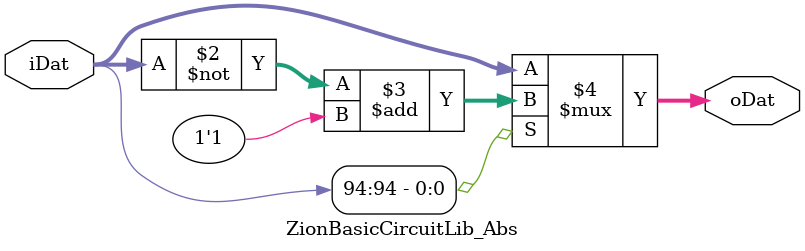
<source format=sv>

`ifndef Disable_ZionBasicCircuitLib_Abs
  `ifdef ZionBasicCircuitLib_Abs
    `__DefErr__(ZionBasicCircuitLib_Abs)
  `else
    `define ZionBasicCircuitLib_Abs(UnitName,iDat_MT,oDat_MT)       \
ZionBasicCircuitLib_Abs #(.WIDTH_IN($bits(iDat_MT)),        \
                          .WIDTH_OUT($bits(oDat_MT)))       \
                         UnitName(                          \
                                  .iDat(iDat_MT),           \
                                  .oDat(oDat_MT)            \
                                  );

  `endif
module ZionBasicCircuitLib_Abs//
#(parameter
   WIDTH_IN  = "_", //$bits(iDat)// width of input data
   WIDTH_OUT = "_" //$bits(oDat)// width of output data
)(
   input        [WIDTH_IN -1:0] iDat,
   output logic [WIDTH_OUT-1:0] oDat
);

  always_comb begin
    oDat = (iDat[$high(iDat)])? (~iDat+1'b1) : iDat;
  end

endmodule : ZionBasicCircuitLib_Abs
`endif
</source>
